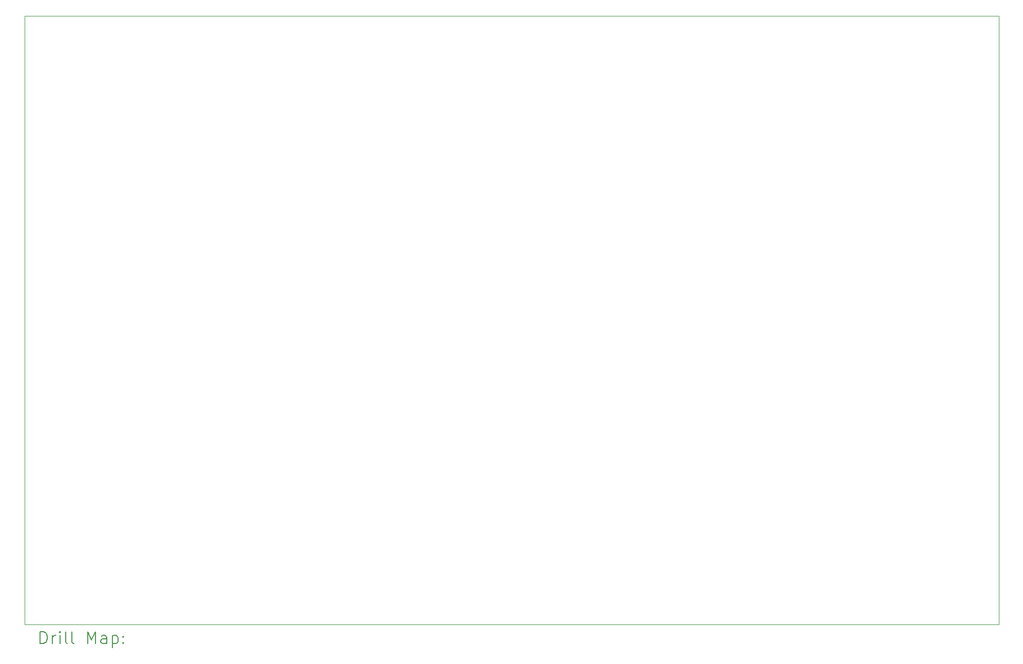
<source format=gbr>
%TF.GenerationSoftware,KiCad,Pcbnew,7.0.9*%
%TF.CreationDate,2024-01-17T08:58:42+01:00*%
%TF.ProjectId,DC Electronic Load,44432045-6c65-4637-9472-6f6e6963204c,rev?*%
%TF.SameCoordinates,Original*%
%TF.FileFunction,Drillmap*%
%TF.FilePolarity,Positive*%
%FSLAX45Y45*%
G04 Gerber Fmt 4.5, Leading zero omitted, Abs format (unit mm)*
G04 Created by KiCad (PCBNEW 7.0.9) date 2024-01-17 08:58:42*
%MOMM*%
%LPD*%
G01*
G04 APERTURE LIST*
%ADD10C,0.100000*%
%ADD11C,0.200000*%
G04 APERTURE END LIST*
D10*
X6477000Y-3100250D02*
X22542500Y-3100250D01*
X22542500Y-13133250D01*
X6477000Y-13133250D01*
X6477000Y-3100250D01*
D11*
X6732777Y-13449734D02*
X6732777Y-13249734D01*
X6732777Y-13249734D02*
X6780396Y-13249734D01*
X6780396Y-13249734D02*
X6808967Y-13259258D01*
X6808967Y-13259258D02*
X6828015Y-13278305D01*
X6828015Y-13278305D02*
X6837539Y-13297353D01*
X6837539Y-13297353D02*
X6847062Y-13335448D01*
X6847062Y-13335448D02*
X6847062Y-13364019D01*
X6847062Y-13364019D02*
X6837539Y-13402115D01*
X6837539Y-13402115D02*
X6828015Y-13421162D01*
X6828015Y-13421162D02*
X6808967Y-13440210D01*
X6808967Y-13440210D02*
X6780396Y-13449734D01*
X6780396Y-13449734D02*
X6732777Y-13449734D01*
X6932777Y-13449734D02*
X6932777Y-13316400D01*
X6932777Y-13354496D02*
X6942301Y-13335448D01*
X6942301Y-13335448D02*
X6951824Y-13325924D01*
X6951824Y-13325924D02*
X6970872Y-13316400D01*
X6970872Y-13316400D02*
X6989920Y-13316400D01*
X7056586Y-13449734D02*
X7056586Y-13316400D01*
X7056586Y-13249734D02*
X7047062Y-13259258D01*
X7047062Y-13259258D02*
X7056586Y-13268781D01*
X7056586Y-13268781D02*
X7066110Y-13259258D01*
X7066110Y-13259258D02*
X7056586Y-13249734D01*
X7056586Y-13249734D02*
X7056586Y-13268781D01*
X7180396Y-13449734D02*
X7161348Y-13440210D01*
X7161348Y-13440210D02*
X7151824Y-13421162D01*
X7151824Y-13421162D02*
X7151824Y-13249734D01*
X7285158Y-13449734D02*
X7266110Y-13440210D01*
X7266110Y-13440210D02*
X7256586Y-13421162D01*
X7256586Y-13421162D02*
X7256586Y-13249734D01*
X7513729Y-13449734D02*
X7513729Y-13249734D01*
X7513729Y-13249734D02*
X7580396Y-13392591D01*
X7580396Y-13392591D02*
X7647062Y-13249734D01*
X7647062Y-13249734D02*
X7647062Y-13449734D01*
X7828015Y-13449734D02*
X7828015Y-13344972D01*
X7828015Y-13344972D02*
X7818491Y-13325924D01*
X7818491Y-13325924D02*
X7799443Y-13316400D01*
X7799443Y-13316400D02*
X7761348Y-13316400D01*
X7761348Y-13316400D02*
X7742301Y-13325924D01*
X7828015Y-13440210D02*
X7808967Y-13449734D01*
X7808967Y-13449734D02*
X7761348Y-13449734D01*
X7761348Y-13449734D02*
X7742301Y-13440210D01*
X7742301Y-13440210D02*
X7732777Y-13421162D01*
X7732777Y-13421162D02*
X7732777Y-13402115D01*
X7732777Y-13402115D02*
X7742301Y-13383067D01*
X7742301Y-13383067D02*
X7761348Y-13373543D01*
X7761348Y-13373543D02*
X7808967Y-13373543D01*
X7808967Y-13373543D02*
X7828015Y-13364019D01*
X7923253Y-13316400D02*
X7923253Y-13516400D01*
X7923253Y-13325924D02*
X7942301Y-13316400D01*
X7942301Y-13316400D02*
X7980396Y-13316400D01*
X7980396Y-13316400D02*
X7999443Y-13325924D01*
X7999443Y-13325924D02*
X8008967Y-13335448D01*
X8008967Y-13335448D02*
X8018491Y-13354496D01*
X8018491Y-13354496D02*
X8018491Y-13411638D01*
X8018491Y-13411638D02*
X8008967Y-13430686D01*
X8008967Y-13430686D02*
X7999443Y-13440210D01*
X7999443Y-13440210D02*
X7980396Y-13449734D01*
X7980396Y-13449734D02*
X7942301Y-13449734D01*
X7942301Y-13449734D02*
X7923253Y-13440210D01*
X8104205Y-13430686D02*
X8113729Y-13440210D01*
X8113729Y-13440210D02*
X8104205Y-13449734D01*
X8104205Y-13449734D02*
X8094682Y-13440210D01*
X8094682Y-13440210D02*
X8104205Y-13430686D01*
X8104205Y-13430686D02*
X8104205Y-13449734D01*
X8104205Y-13325924D02*
X8113729Y-13335448D01*
X8113729Y-13335448D02*
X8104205Y-13344972D01*
X8104205Y-13344972D02*
X8094682Y-13335448D01*
X8094682Y-13335448D02*
X8104205Y-13325924D01*
X8104205Y-13325924D02*
X8104205Y-13344972D01*
M02*

</source>
